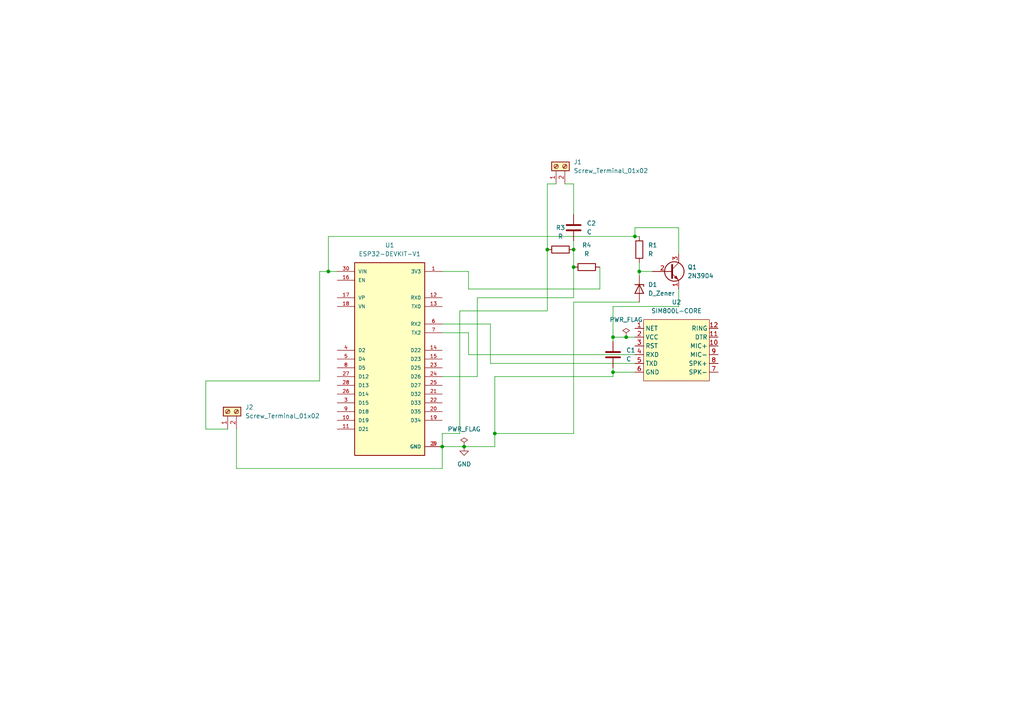
<source format=kicad_sch>
(kicad_sch
	(version 20231120)
	(generator "eeschema")
	(generator_version "8.0")
	(uuid "37f57e26-9d1a-4155-9662-a91ca496987e")
	(paper "A4")
	(lib_symbols
		(symbol "Connector:Screw_Terminal_01x02"
			(pin_names
				(offset 1.016) hide)
			(exclude_from_sim no)
			(in_bom yes)
			(on_board yes)
			(property "Reference" "J"
				(at 0 2.54 0)
				(effects
					(font
						(size 1.27 1.27)
					)
				)
			)
			(property "Value" "Screw_Terminal_01x02"
				(at 0 -5.08 0)
				(effects
					(font
						(size 1.27 1.27)
					)
				)
			)
			(property "Footprint" ""
				(at 0 0 0)
				(effects
					(font
						(size 1.27 1.27)
					)
					(hide yes)
				)
			)
			(property "Datasheet" "~"
				(at 0 0 0)
				(effects
					(font
						(size 1.27 1.27)
					)
					(hide yes)
				)
			)
			(property "Description" "Generic screw terminal, single row, 01x02, script generated (kicad-library-utils/schlib/autogen/connector/)"
				(at 0 0 0)
				(effects
					(font
						(size 1.27 1.27)
					)
					(hide yes)
				)
			)
			(property "ki_keywords" "screw terminal"
				(at 0 0 0)
				(effects
					(font
						(size 1.27 1.27)
					)
					(hide yes)
				)
			)
			(property "ki_fp_filters" "TerminalBlock*:*"
				(at 0 0 0)
				(effects
					(font
						(size 1.27 1.27)
					)
					(hide yes)
				)
			)
			(symbol "Screw_Terminal_01x02_1_1"
				(rectangle
					(start -1.27 1.27)
					(end 1.27 -3.81)
					(stroke
						(width 0.254)
						(type default)
					)
					(fill
						(type background)
					)
				)
				(circle
					(center 0 -2.54)
					(radius 0.635)
					(stroke
						(width 0.1524)
						(type default)
					)
					(fill
						(type none)
					)
				)
				(polyline
					(pts
						(xy -0.5334 -2.2098) (xy 0.3302 -3.048)
					)
					(stroke
						(width 0.1524)
						(type default)
					)
					(fill
						(type none)
					)
				)
				(polyline
					(pts
						(xy -0.5334 0.3302) (xy 0.3302 -0.508)
					)
					(stroke
						(width 0.1524)
						(type default)
					)
					(fill
						(type none)
					)
				)
				(polyline
					(pts
						(xy -0.3556 -2.032) (xy 0.508 -2.8702)
					)
					(stroke
						(width 0.1524)
						(type default)
					)
					(fill
						(type none)
					)
				)
				(polyline
					(pts
						(xy -0.3556 0.508) (xy 0.508 -0.3302)
					)
					(stroke
						(width 0.1524)
						(type default)
					)
					(fill
						(type none)
					)
				)
				(circle
					(center 0 0)
					(radius 0.635)
					(stroke
						(width 0.1524)
						(type default)
					)
					(fill
						(type none)
					)
				)
				(pin passive line
					(at -5.08 0 0)
					(length 3.81)
					(name "Pin_1"
						(effects
							(font
								(size 1.27 1.27)
							)
						)
					)
					(number "1"
						(effects
							(font
								(size 1.27 1.27)
							)
						)
					)
				)
				(pin passive line
					(at -5.08 -2.54 0)
					(length 3.81)
					(name "Pin_2"
						(effects
							(font
								(size 1.27 1.27)
							)
						)
					)
					(number "2"
						(effects
							(font
								(size 1.27 1.27)
							)
						)
					)
				)
			)
		)
		(symbol "Device:C"
			(pin_numbers hide)
			(pin_names
				(offset 0.254)
			)
			(exclude_from_sim no)
			(in_bom yes)
			(on_board yes)
			(property "Reference" "C"
				(at 0.635 2.54 0)
				(effects
					(font
						(size 1.27 1.27)
					)
					(justify left)
				)
			)
			(property "Value" "C"
				(at 0.635 -2.54 0)
				(effects
					(font
						(size 1.27 1.27)
					)
					(justify left)
				)
			)
			(property "Footprint" ""
				(at 0.9652 -3.81 0)
				(effects
					(font
						(size 1.27 1.27)
					)
					(hide yes)
				)
			)
			(property "Datasheet" "~"
				(at 0 0 0)
				(effects
					(font
						(size 1.27 1.27)
					)
					(hide yes)
				)
			)
			(property "Description" "Unpolarized capacitor"
				(at 0 0 0)
				(effects
					(font
						(size 1.27 1.27)
					)
					(hide yes)
				)
			)
			(property "ki_keywords" "cap capacitor"
				(at 0 0 0)
				(effects
					(font
						(size 1.27 1.27)
					)
					(hide yes)
				)
			)
			(property "ki_fp_filters" "C_*"
				(at 0 0 0)
				(effects
					(font
						(size 1.27 1.27)
					)
					(hide yes)
				)
			)
			(symbol "C_0_1"
				(polyline
					(pts
						(xy -2.032 -0.762) (xy 2.032 -0.762)
					)
					(stroke
						(width 0.508)
						(type default)
					)
					(fill
						(type none)
					)
				)
				(polyline
					(pts
						(xy -2.032 0.762) (xy 2.032 0.762)
					)
					(stroke
						(width 0.508)
						(type default)
					)
					(fill
						(type none)
					)
				)
			)
			(symbol "C_1_1"
				(pin passive line
					(at 0 3.81 270)
					(length 2.794)
					(name "~"
						(effects
							(font
								(size 1.27 1.27)
							)
						)
					)
					(number "1"
						(effects
							(font
								(size 1.27 1.27)
							)
						)
					)
				)
				(pin passive line
					(at 0 -3.81 90)
					(length 2.794)
					(name "~"
						(effects
							(font
								(size 1.27 1.27)
							)
						)
					)
					(number "2"
						(effects
							(font
								(size 1.27 1.27)
							)
						)
					)
				)
			)
		)
		(symbol "Device:D_Zener"
			(pin_numbers hide)
			(pin_names
				(offset 1.016) hide)
			(exclude_from_sim no)
			(in_bom yes)
			(on_board yes)
			(property "Reference" "D"
				(at 0 2.54 0)
				(effects
					(font
						(size 1.27 1.27)
					)
				)
			)
			(property "Value" "D_Zener"
				(at 0 -2.54 0)
				(effects
					(font
						(size 1.27 1.27)
					)
				)
			)
			(property "Footprint" ""
				(at 0 0 0)
				(effects
					(font
						(size 1.27 1.27)
					)
					(hide yes)
				)
			)
			(property "Datasheet" "~"
				(at 0 0 0)
				(effects
					(font
						(size 1.27 1.27)
					)
					(hide yes)
				)
			)
			(property "Description" "Zener diode"
				(at 0 0 0)
				(effects
					(font
						(size 1.27 1.27)
					)
					(hide yes)
				)
			)
			(property "ki_keywords" "diode"
				(at 0 0 0)
				(effects
					(font
						(size 1.27 1.27)
					)
					(hide yes)
				)
			)
			(property "ki_fp_filters" "TO-???* *_Diode_* *SingleDiode* D_*"
				(at 0 0 0)
				(effects
					(font
						(size 1.27 1.27)
					)
					(hide yes)
				)
			)
			(symbol "D_Zener_0_1"
				(polyline
					(pts
						(xy 1.27 0) (xy -1.27 0)
					)
					(stroke
						(width 0)
						(type default)
					)
					(fill
						(type none)
					)
				)
				(polyline
					(pts
						(xy -1.27 -1.27) (xy -1.27 1.27) (xy -0.762 1.27)
					)
					(stroke
						(width 0.254)
						(type default)
					)
					(fill
						(type none)
					)
				)
				(polyline
					(pts
						(xy 1.27 -1.27) (xy 1.27 1.27) (xy -1.27 0) (xy 1.27 -1.27)
					)
					(stroke
						(width 0.254)
						(type default)
					)
					(fill
						(type none)
					)
				)
			)
			(symbol "D_Zener_1_1"
				(pin passive line
					(at -3.81 0 0)
					(length 2.54)
					(name "K"
						(effects
							(font
								(size 1.27 1.27)
							)
						)
					)
					(number "1"
						(effects
							(font
								(size 1.27 1.27)
							)
						)
					)
				)
				(pin passive line
					(at 3.81 0 180)
					(length 2.54)
					(name "A"
						(effects
							(font
								(size 1.27 1.27)
							)
						)
					)
					(number "2"
						(effects
							(font
								(size 1.27 1.27)
							)
						)
					)
				)
			)
		)
		(symbol "Device:R"
			(pin_numbers hide)
			(pin_names
				(offset 0)
			)
			(exclude_from_sim no)
			(in_bom yes)
			(on_board yes)
			(property "Reference" "R"
				(at 2.032 0 90)
				(effects
					(font
						(size 1.27 1.27)
					)
				)
			)
			(property "Value" "R"
				(at 0 0 90)
				(effects
					(font
						(size 1.27 1.27)
					)
				)
			)
			(property "Footprint" ""
				(at -1.778 0 90)
				(effects
					(font
						(size 1.27 1.27)
					)
					(hide yes)
				)
			)
			(property "Datasheet" "~"
				(at 0 0 0)
				(effects
					(font
						(size 1.27 1.27)
					)
					(hide yes)
				)
			)
			(property "Description" "Resistor"
				(at 0 0 0)
				(effects
					(font
						(size 1.27 1.27)
					)
					(hide yes)
				)
			)
			(property "ki_keywords" "R res resistor"
				(at 0 0 0)
				(effects
					(font
						(size 1.27 1.27)
					)
					(hide yes)
				)
			)
			(property "ki_fp_filters" "R_*"
				(at 0 0 0)
				(effects
					(font
						(size 1.27 1.27)
					)
					(hide yes)
				)
			)
			(symbol "R_0_1"
				(rectangle
					(start -1.016 -2.54)
					(end 1.016 2.54)
					(stroke
						(width 0.254)
						(type default)
					)
					(fill
						(type none)
					)
				)
			)
			(symbol "R_1_1"
				(pin passive line
					(at 0 3.81 270)
					(length 1.27)
					(name "~"
						(effects
							(font
								(size 1.27 1.27)
							)
						)
					)
					(number "1"
						(effects
							(font
								(size 1.27 1.27)
							)
						)
					)
				)
				(pin passive line
					(at 0 -3.81 90)
					(length 1.27)
					(name "~"
						(effects
							(font
								(size 1.27 1.27)
							)
						)
					)
					(number "2"
						(effects
							(font
								(size 1.27 1.27)
							)
						)
					)
				)
			)
		)
		(symbol "ESP32-DEVKIT-V1:ESP32-DEVKIT-V1"
			(pin_names
				(offset 1.016)
			)
			(exclude_from_sim no)
			(in_bom yes)
			(on_board yes)
			(property "Reference" "U"
				(at -10.16 30.48 0)
				(effects
					(font
						(size 1.27 1.27)
					)
					(justify left top)
				)
			)
			(property "Value" "ESP32-DEVKIT-V1"
				(at -10.16 -30.48 0)
				(effects
					(font
						(size 1.27 1.27)
					)
					(justify left bottom)
				)
			)
			(property "Footprint" "ESP32-DEVKIT-V1:MODULE_ESP32_DEVKIT_V1"
				(at 0 0 0)
				(effects
					(font
						(size 1.27 1.27)
					)
					(justify bottom)
					(hide yes)
				)
			)
			(property "Datasheet" ""
				(at 0 0 0)
				(effects
					(font
						(size 1.27 1.27)
					)
					(hide yes)
				)
			)
			(property "Description" ""
				(at 0 0 0)
				(effects
					(font
						(size 1.27 1.27)
					)
					(hide yes)
				)
			)
			(property "MF" "Do it"
				(at 0 0 0)
				(effects
					(font
						(size 1.27 1.27)
					)
					(justify bottom)
					(hide yes)
				)
			)
			(property "MAXIMUM_PACKAGE_HEIGHT" "6.8 mm"
				(at 0 0 0)
				(effects
					(font
						(size 1.27 1.27)
					)
					(justify bottom)
					(hide yes)
				)
			)
			(property "Package" "None"
				(at 0 0 0)
				(effects
					(font
						(size 1.27 1.27)
					)
					(justify bottom)
					(hide yes)
				)
			)
			(property "Price" "None"
				(at 0 0 0)
				(effects
					(font
						(size 1.27 1.27)
					)
					(justify bottom)
					(hide yes)
				)
			)
			(property "Check_prices" "https://www.snapeda.com/parts/ESP32-DEVKIT-V1/Do+it/view-part/?ref=eda"
				(at 0 0 0)
				(effects
					(font
						(size 1.27 1.27)
					)
					(justify bottom)
					(hide yes)
				)
			)
			(property "STANDARD" "Manufacturer Recommendations"
				(at 0 0 0)
				(effects
					(font
						(size 1.27 1.27)
					)
					(justify bottom)
					(hide yes)
				)
			)
			(property "PARTREV" "N/A"
				(at 0 0 0)
				(effects
					(font
						(size 1.27 1.27)
					)
					(justify bottom)
					(hide yes)
				)
			)
			(property "SnapEDA_Link" "https://www.snapeda.com/parts/ESP32-DEVKIT-V1/Do+it/view-part/?ref=snap"
				(at 0 0 0)
				(effects
					(font
						(size 1.27 1.27)
					)
					(justify bottom)
					(hide yes)
				)
			)
			(property "MP" "ESP32-DEVKIT-V1"
				(at 0 0 0)
				(effects
					(font
						(size 1.27 1.27)
					)
					(justify bottom)
					(hide yes)
				)
			)
			(property "Description_1" "\n                        \n                            Dual core, Wi-Fi: 2.4 GHz up to 150 Mbits/s,BLE (Bluetooth Low Energy) and legacy Bluetooth, 32 bits, Up to 240 MHz\n                        \n"
				(at 0 0 0)
				(effects
					(font
						(size 1.27 1.27)
					)
					(justify bottom)
					(hide yes)
				)
			)
			(property "Availability" "Not in stock"
				(at 0 0 0)
				(effects
					(font
						(size 1.27 1.27)
					)
					(justify bottom)
					(hide yes)
				)
			)
			(property "MANUFACTURER" "DOIT"
				(at 0 0 0)
				(effects
					(font
						(size 1.27 1.27)
					)
					(justify bottom)
					(hide yes)
				)
			)
			(symbol "ESP32-DEVKIT-V1_0_0"
				(rectangle
					(start -10.16 -27.94)
					(end 10.16 27.94)
					(stroke
						(width 0.254)
						(type default)
					)
					(fill
						(type background)
					)
				)
				(pin output line
					(at 15.24 25.4 180)
					(length 5.08)
					(name "3V3"
						(effects
							(font
								(size 1.016 1.016)
							)
						)
					)
					(number "1"
						(effects
							(font
								(size 1.016 1.016)
							)
						)
					)
				)
				(pin bidirectional line
					(at -15.24 -17.78 0)
					(length 5.08)
					(name "D19"
						(effects
							(font
								(size 1.016 1.016)
							)
						)
					)
					(number "10"
						(effects
							(font
								(size 1.016 1.016)
							)
						)
					)
				)
				(pin bidirectional line
					(at -15.24 -20.32 0)
					(length 5.08)
					(name "D21"
						(effects
							(font
								(size 1.016 1.016)
							)
						)
					)
					(number "11"
						(effects
							(font
								(size 1.016 1.016)
							)
						)
					)
				)
				(pin input line
					(at 15.24 17.78 180)
					(length 5.08)
					(name "RX0"
						(effects
							(font
								(size 1.016 1.016)
							)
						)
					)
					(number "12"
						(effects
							(font
								(size 1.016 1.016)
							)
						)
					)
				)
				(pin output line
					(at 15.24 15.24 180)
					(length 5.08)
					(name "TX0"
						(effects
							(font
								(size 1.016 1.016)
							)
						)
					)
					(number "13"
						(effects
							(font
								(size 1.016 1.016)
							)
						)
					)
				)
				(pin bidirectional line
					(at 15.24 2.54 180)
					(length 5.08)
					(name "D22"
						(effects
							(font
								(size 1.016 1.016)
							)
						)
					)
					(number "14"
						(effects
							(font
								(size 1.016 1.016)
							)
						)
					)
				)
				(pin bidirectional line
					(at 15.24 0 180)
					(length 5.08)
					(name "D23"
						(effects
							(font
								(size 1.016 1.016)
							)
						)
					)
					(number "15"
						(effects
							(font
								(size 1.016 1.016)
							)
						)
					)
				)
				(pin input line
					(at -15.24 22.86 0)
					(length 5.08)
					(name "EN"
						(effects
							(font
								(size 1.016 1.016)
							)
						)
					)
					(number "16"
						(effects
							(font
								(size 1.016 1.016)
							)
						)
					)
				)
				(pin bidirectional line
					(at -15.24 17.78 0)
					(length 5.08)
					(name "VP"
						(effects
							(font
								(size 1.016 1.016)
							)
						)
					)
					(number "17"
						(effects
							(font
								(size 1.016 1.016)
							)
						)
					)
				)
				(pin bidirectional line
					(at -15.24 15.24 0)
					(length 5.08)
					(name "VN"
						(effects
							(font
								(size 1.016 1.016)
							)
						)
					)
					(number "18"
						(effects
							(font
								(size 1.016 1.016)
							)
						)
					)
				)
				(pin bidirectional line
					(at 15.24 -17.78 180)
					(length 5.08)
					(name "D34"
						(effects
							(font
								(size 1.016 1.016)
							)
						)
					)
					(number "19"
						(effects
							(font
								(size 1.016 1.016)
							)
						)
					)
				)
				(pin power_in line
					(at 15.24 -25.4 180)
					(length 5.08)
					(name "GND"
						(effects
							(font
								(size 1.016 1.016)
							)
						)
					)
					(number "2"
						(effects
							(font
								(size 1.016 1.016)
							)
						)
					)
				)
				(pin bidirectional line
					(at 15.24 -15.24 180)
					(length 5.08)
					(name "D35"
						(effects
							(font
								(size 1.016 1.016)
							)
						)
					)
					(number "20"
						(effects
							(font
								(size 1.016 1.016)
							)
						)
					)
				)
				(pin bidirectional line
					(at 15.24 -10.16 180)
					(length 5.08)
					(name "D32"
						(effects
							(font
								(size 1.016 1.016)
							)
						)
					)
					(number "21"
						(effects
							(font
								(size 1.016 1.016)
							)
						)
					)
				)
				(pin bidirectional line
					(at 15.24 -12.7 180)
					(length 5.08)
					(name "D33"
						(effects
							(font
								(size 1.016 1.016)
							)
						)
					)
					(number "22"
						(effects
							(font
								(size 1.016 1.016)
							)
						)
					)
				)
				(pin bidirectional line
					(at 15.24 -2.54 180)
					(length 5.08)
					(name "D25"
						(effects
							(font
								(size 1.016 1.016)
							)
						)
					)
					(number "23"
						(effects
							(font
								(size 1.016 1.016)
							)
						)
					)
				)
				(pin bidirectional line
					(at 15.24 -5.08 180)
					(length 5.08)
					(name "D26"
						(effects
							(font
								(size 1.016 1.016)
							)
						)
					)
					(number "24"
						(effects
							(font
								(size 1.016 1.016)
							)
						)
					)
				)
				(pin bidirectional line
					(at 15.24 -7.62 180)
					(length 5.08)
					(name "D27"
						(effects
							(font
								(size 1.016 1.016)
							)
						)
					)
					(number "25"
						(effects
							(font
								(size 1.016 1.016)
							)
						)
					)
				)
				(pin bidirectional line
					(at -15.24 -10.16 0)
					(length 5.08)
					(name "D14"
						(effects
							(font
								(size 1.016 1.016)
							)
						)
					)
					(number "26"
						(effects
							(font
								(size 1.016 1.016)
							)
						)
					)
				)
				(pin bidirectional line
					(at -15.24 -5.08 0)
					(length 5.08)
					(name "D12"
						(effects
							(font
								(size 1.016 1.016)
							)
						)
					)
					(number "27"
						(effects
							(font
								(size 1.016 1.016)
							)
						)
					)
				)
				(pin bidirectional line
					(at -15.24 -7.62 0)
					(length 5.08)
					(name "D13"
						(effects
							(font
								(size 1.016 1.016)
							)
						)
					)
					(number "28"
						(effects
							(font
								(size 1.016 1.016)
							)
						)
					)
				)
				(pin power_in line
					(at 15.24 -25.4 180)
					(length 5.08)
					(name "GND"
						(effects
							(font
								(size 1.016 1.016)
							)
						)
					)
					(number "29"
						(effects
							(font
								(size 1.016 1.016)
							)
						)
					)
				)
				(pin bidirectional line
					(at -15.24 -12.7 0)
					(length 5.08)
					(name "D15"
						(effects
							(font
								(size 1.016 1.016)
							)
						)
					)
					(number "3"
						(effects
							(font
								(size 1.016 1.016)
							)
						)
					)
				)
				(pin input line
					(at -15.24 25.4 0)
					(length 5.08)
					(name "VIN"
						(effects
							(font
								(size 1.016 1.016)
							)
						)
					)
					(number "30"
						(effects
							(font
								(size 1.016 1.016)
							)
						)
					)
				)
				(pin bidirectional line
					(at -15.24 2.54 0)
					(length 5.08)
					(name "D2"
						(effects
							(font
								(size 1.016 1.016)
							)
						)
					)
					(number "4"
						(effects
							(font
								(size 1.016 1.016)
							)
						)
					)
				)
				(pin bidirectional line
					(at -15.24 0 0)
					(length 5.08)
					(name "D4"
						(effects
							(font
								(size 1.016 1.016)
							)
						)
					)
					(number "5"
						(effects
							(font
								(size 1.016 1.016)
							)
						)
					)
				)
				(pin input line
					(at 15.24 10.16 180)
					(length 5.08)
					(name "RX2"
						(effects
							(font
								(size 1.016 1.016)
							)
						)
					)
					(number "6"
						(effects
							(font
								(size 1.016 1.016)
							)
						)
					)
				)
				(pin output line
					(at 15.24 7.62 180)
					(length 5.08)
					(name "TX2"
						(effects
							(font
								(size 1.016 1.016)
							)
						)
					)
					(number "7"
						(effects
							(font
								(size 1.016 1.016)
							)
						)
					)
				)
				(pin bidirectional line
					(at -15.24 -2.54 0)
					(length 5.08)
					(name "D5"
						(effects
							(font
								(size 1.016 1.016)
							)
						)
					)
					(number "8"
						(effects
							(font
								(size 1.016 1.016)
							)
						)
					)
				)
				(pin bidirectional line
					(at -15.24 -15.24 0)
					(length 5.08)
					(name "D18"
						(effects
							(font
								(size 1.016 1.016)
							)
						)
					)
					(number "9"
						(effects
							(font
								(size 1.016 1.016)
							)
						)
					)
				)
			)
		)
		(symbol "Transistor_BJT:2N3904"
			(pin_names
				(offset 0) hide)
			(exclude_from_sim no)
			(in_bom yes)
			(on_board yes)
			(property "Reference" "Q"
				(at 5.08 1.905 0)
				(effects
					(font
						(size 1.27 1.27)
					)
					(justify left)
				)
			)
			(property "Value" "2N3904"
				(at 5.08 0 0)
				(effects
					(font
						(size 1.27 1.27)
					)
					(justify left)
				)
			)
			(property "Footprint" "Package_TO_SOT_THT:TO-92_Inline"
				(at 5.08 -1.905 0)
				(effects
					(font
						(size 1.27 1.27)
						(italic yes)
					)
					(justify left)
					(hide yes)
				)
			)
			(property "Datasheet" "https://www.onsemi.com/pub/Collateral/2N3903-D.PDF"
				(at 0 0 0)
				(effects
					(font
						(size 1.27 1.27)
					)
					(justify left)
					(hide yes)
				)
			)
			(property "Description" "0.2A Ic, 40V Vce, Small Signal NPN Transistor, TO-92"
				(at 0 0 0)
				(effects
					(font
						(size 1.27 1.27)
					)
					(hide yes)
				)
			)
			(property "ki_keywords" "NPN Transistor"
				(at 0 0 0)
				(effects
					(font
						(size 1.27 1.27)
					)
					(hide yes)
				)
			)
			(property "ki_fp_filters" "TO?92*"
				(at 0 0 0)
				(effects
					(font
						(size 1.27 1.27)
					)
					(hide yes)
				)
			)
			(symbol "2N3904_0_1"
				(polyline
					(pts
						(xy 0.635 0.635) (xy 2.54 2.54)
					)
					(stroke
						(width 0)
						(type default)
					)
					(fill
						(type none)
					)
				)
				(polyline
					(pts
						(xy 0.635 -0.635) (xy 2.54 -2.54) (xy 2.54 -2.54)
					)
					(stroke
						(width 0)
						(type default)
					)
					(fill
						(type none)
					)
				)
				(polyline
					(pts
						(xy 0.635 1.905) (xy 0.635 -1.905) (xy 0.635 -1.905)
					)
					(stroke
						(width 0.508)
						(type default)
					)
					(fill
						(type none)
					)
				)
				(polyline
					(pts
						(xy 1.27 -1.778) (xy 1.778 -1.27) (xy 2.286 -2.286) (xy 1.27 -1.778) (xy 1.27 -1.778)
					)
					(stroke
						(width 0)
						(type default)
					)
					(fill
						(type outline)
					)
				)
				(circle
					(center 1.27 0)
					(radius 2.8194)
					(stroke
						(width 0.254)
						(type default)
					)
					(fill
						(type none)
					)
				)
			)
			(symbol "2N3904_1_1"
				(pin passive line
					(at 2.54 -5.08 90)
					(length 2.54)
					(name "E"
						(effects
							(font
								(size 1.27 1.27)
							)
						)
					)
					(number "1"
						(effects
							(font
								(size 1.27 1.27)
							)
						)
					)
				)
				(pin passive line
					(at -5.08 0 0)
					(length 5.715)
					(name "B"
						(effects
							(font
								(size 1.27 1.27)
							)
						)
					)
					(number "2"
						(effects
							(font
								(size 1.27 1.27)
							)
						)
					)
				)
				(pin passive line
					(at 2.54 5.08 270)
					(length 2.54)
					(name "C"
						(effects
							(font
								(size 1.27 1.27)
							)
						)
					)
					(number "3"
						(effects
							(font
								(size 1.27 1.27)
							)
						)
					)
				)
			)
		)
		(symbol "power:GND"
			(power)
			(pin_numbers hide)
			(pin_names
				(offset 0) hide)
			(exclude_from_sim no)
			(in_bom yes)
			(on_board yes)
			(property "Reference" "#PWR"
				(at 0 -6.35 0)
				(effects
					(font
						(size 1.27 1.27)
					)
					(hide yes)
				)
			)
			(property "Value" "GND"
				(at 0 -3.81 0)
				(effects
					(font
						(size 1.27 1.27)
					)
				)
			)
			(property "Footprint" ""
				(at 0 0 0)
				(effects
					(font
						(size 1.27 1.27)
					)
					(hide yes)
				)
			)
			(property "Datasheet" ""
				(at 0 0 0)
				(effects
					(font
						(size 1.27 1.27)
					)
					(hide yes)
				)
			)
			(property "Description" "Power symbol creates a global label with name \"GND\" , ground"
				(at 0 0 0)
				(effects
					(font
						(size 1.27 1.27)
					)
					(hide yes)
				)
			)
			(property "ki_keywords" "global power"
				(at 0 0 0)
				(effects
					(font
						(size 1.27 1.27)
					)
					(hide yes)
				)
			)
			(symbol "GND_0_1"
				(polyline
					(pts
						(xy 0 0) (xy 0 -1.27) (xy 1.27 -1.27) (xy 0 -2.54) (xy -1.27 -1.27) (xy 0 -1.27)
					)
					(stroke
						(width 0)
						(type default)
					)
					(fill
						(type none)
					)
				)
			)
			(symbol "GND_1_1"
				(pin power_in line
					(at 0 0 270)
					(length 0)
					(name "~"
						(effects
							(font
								(size 1.27 1.27)
							)
						)
					)
					(number "1"
						(effects
							(font
								(size 1.27 1.27)
							)
						)
					)
				)
			)
		)
		(symbol "power:PWR_FLAG"
			(power)
			(pin_numbers hide)
			(pin_names
				(offset 0) hide)
			(exclude_from_sim no)
			(in_bom yes)
			(on_board yes)
			(property "Reference" "#FLG"
				(at 0 1.905 0)
				(effects
					(font
						(size 1.27 1.27)
					)
					(hide yes)
				)
			)
			(property "Value" "PWR_FLAG"
				(at 0 3.81 0)
				(effects
					(font
						(size 1.27 1.27)
					)
				)
			)
			(property "Footprint" ""
				(at 0 0 0)
				(effects
					(font
						(size 1.27 1.27)
					)
					(hide yes)
				)
			)
			(property "Datasheet" "~"
				(at 0 0 0)
				(effects
					(font
						(size 1.27 1.27)
					)
					(hide yes)
				)
			)
			(property "Description" "Special symbol for telling ERC where power comes from"
				(at 0 0 0)
				(effects
					(font
						(size 1.27 1.27)
					)
					(hide yes)
				)
			)
			(property "ki_keywords" "flag power"
				(at 0 0 0)
				(effects
					(font
						(size 1.27 1.27)
					)
					(hide yes)
				)
			)
			(symbol "PWR_FLAG_0_0"
				(pin power_out line
					(at 0 0 90)
					(length 0)
					(name "~"
						(effects
							(font
								(size 1.27 1.27)
							)
						)
					)
					(number "1"
						(effects
							(font
								(size 1.27 1.27)
							)
						)
					)
				)
			)
			(symbol "PWR_FLAG_0_1"
				(polyline
					(pts
						(xy 0 0) (xy 0 1.27) (xy -1.016 1.905) (xy 0 2.54) (xy 1.016 1.905) (xy 0 1.27)
					)
					(stroke
						(width 0)
						(type default)
					)
					(fill
						(type none)
					)
				)
			)
		)
		(symbol "sim800l-core:SIM800L-CORE"
			(exclude_from_sim no)
			(in_bom yes)
			(on_board yes)
			(property "Reference" "U"
				(at -7.62 8.89 0)
				(effects
					(font
						(size 1.27 1.27)
					)
				)
			)
			(property "Value" "SIM800L-CORE"
				(at 0 -12.7 0)
				(effects
					(font
						(size 1.27 1.27)
					)
				)
			)
			(property "Footprint" ""
				(at 0 0 0)
				(effects
					(font
						(size 1.27 1.27)
					)
					(hide yes)
				)
			)
			(property "Datasheet" ""
				(at 0 0 0)
				(effects
					(font
						(size 1.27 1.27)
					)
					(hide yes)
				)
			)
			(property "Description" ""
				(at 0 0 0)
				(effects
					(font
						(size 1.27 1.27)
					)
					(hide yes)
				)
			)
			(symbol "SIM800L-CORE_0_1"
				(rectangle
					(start -8.89 7.62)
					(end 10.16 -10.16)
					(stroke
						(width 0.1524)
						(type default)
					)
					(fill
						(type background)
					)
				)
			)
			(symbol "SIM800L-CORE_1_1"
				(pin bidirectional line
					(at -11.43 5.08 0)
					(length 2.54)
					(name "NET"
						(effects
							(font
								(size 1.27 1.27)
							)
						)
					)
					(number "1"
						(effects
							(font
								(size 1.27 1.27)
							)
						)
					)
				)
				(pin output line
					(at 12.7 0 180)
					(length 2.54)
					(name "MIC+"
						(effects
							(font
								(size 1.27 1.27)
							)
						)
					)
					(number "10"
						(effects
							(font
								(size 1.27 1.27)
							)
						)
					)
				)
				(pin passive line
					(at 12.7 2.54 180)
					(length 2.54)
					(name "DTR"
						(effects
							(font
								(size 1.27 1.27)
							)
						)
					)
					(number "11"
						(effects
							(font
								(size 1.27 1.27)
							)
						)
					)
				)
				(pin output line
					(at 12.7 5.08 180)
					(length 2.54)
					(name "RING"
						(effects
							(font
								(size 1.27 1.27)
							)
						)
					)
					(number "12"
						(effects
							(font
								(size 1.27 1.27)
							)
						)
					)
				)
				(pin power_in line
					(at -11.43 2.54 0)
					(length 2.54)
					(name "VCC"
						(effects
							(font
								(size 1.27 1.27)
							)
						)
					)
					(number "2"
						(effects
							(font
								(size 1.27 1.27)
							)
						)
					)
				)
				(pin input line
					(at -11.43 0 0)
					(length 2.54)
					(name "RST"
						(effects
							(font
								(size 1.27 1.27)
							)
						)
					)
					(number "3"
						(effects
							(font
								(size 1.27 1.27)
							)
						)
					)
				)
				(pin input line
					(at -11.43 -2.54 0)
					(length 2.54)
					(name "RXD"
						(effects
							(font
								(size 1.27 1.27)
							)
						)
					)
					(number "4"
						(effects
							(font
								(size 1.27 1.27)
							)
						)
					)
				)
				(pin output line
					(at -11.43 -5.08 0)
					(length 2.54)
					(name "TXD"
						(effects
							(font
								(size 1.27 1.27)
							)
						)
					)
					(number "5"
						(effects
							(font
								(size 1.27 1.27)
							)
						)
					)
				)
				(pin power_in line
					(at -11.43 -7.62 0)
					(length 2.54)
					(name "GND"
						(effects
							(font
								(size 1.27 1.27)
							)
						)
					)
					(number "6"
						(effects
							(font
								(size 1.27 1.27)
							)
						)
					)
				)
				(pin output line
					(at 12.7 -7.62 180)
					(length 2.54)
					(name "SPK-"
						(effects
							(font
								(size 1.27 1.27)
							)
						)
					)
					(number "7"
						(effects
							(font
								(size 1.27 1.27)
							)
						)
					)
				)
				(pin output line
					(at 12.7 -5.08 180)
					(length 2.54)
					(name "SPK+"
						(effects
							(font
								(size 1.27 1.27)
							)
						)
					)
					(number "8"
						(effects
							(font
								(size 1.27 1.27)
							)
						)
					)
				)
				(pin output line
					(at 12.7 -2.54 180)
					(length 2.54)
					(name "MIC-"
						(effects
							(font
								(size 1.27 1.27)
							)
						)
					)
					(number "9"
						(effects
							(font
								(size 1.27 1.27)
							)
						)
					)
				)
			)
		)
	)
	(junction
		(at 134.62 129.54)
		(diameter 0)
		(color 0 0 0 0)
		(uuid "04606835-cfd5-4168-b391-8c0700829d1a")
	)
	(junction
		(at 158.75 72.39)
		(diameter 0)
		(color 0 0 0 0)
		(uuid "129e2087-bd5c-4843-abd0-bd497165a9b4")
	)
	(junction
		(at 166.37 72.39)
		(diameter 0)
		(color 0 0 0 0)
		(uuid "1db0b773-5cfc-4644-9536-75ab71bd8ee3")
	)
	(junction
		(at 184.15 68.58)
		(diameter 0)
		(color 0 0 0 0)
		(uuid "49594a4b-ea04-4978-80d9-4f6731ff5b97")
	)
	(junction
		(at 95.25 78.74)
		(diameter 0)
		(color 0 0 0 0)
		(uuid "4be488af-801c-4e42-848a-55ec9b9e927d")
	)
	(junction
		(at 177.8 97.79)
		(diameter 0)
		(color 0 0 0 0)
		(uuid "4e89fc97-2545-4027-98c2-9e2b54e88e49")
	)
	(junction
		(at 143.51 125.73)
		(diameter 0)
		(color 0 0 0 0)
		(uuid "862a3b76-95d8-470c-aa1b-402597c3ef86")
	)
	(junction
		(at 181.61 97.79)
		(diameter 0)
		(color 0 0 0 0)
		(uuid "91ebc6a1-9a77-431e-aefd-09e47aeb232d")
	)
	(junction
		(at 185.42 78.74)
		(diameter 0)
		(color 0 0 0 0)
		(uuid "93b391b0-2613-4d65-b507-63390da2d7b8")
	)
	(junction
		(at 166.37 77.47)
		(diameter 0)
		(color 0 0 0 0)
		(uuid "96ad5bc7-fa8f-41f4-8af1-b40d9ec983d5")
	)
	(junction
		(at 177.8 107.95)
		(diameter 0)
		(color 0 0 0 0)
		(uuid "cdf76f95-40d6-475c-814d-09c162329e1b")
	)
	(junction
		(at 128.27 129.54)
		(diameter 0)
		(color 0 0 0 0)
		(uuid "febc708f-a12d-4cd7-b956-46f93287338c")
	)
	(wire
		(pts
			(xy 128.27 125.73) (xy 128.27 129.54)
		)
		(stroke
			(width 0)
			(type default)
		)
		(uuid "01a16aa7-d297-414a-b0d9-f07b3d5da5be")
	)
	(wire
		(pts
			(xy 166.37 125.73) (xy 143.51 125.73)
		)
		(stroke
			(width 0)
			(type default)
		)
		(uuid "04b5fcde-832c-45a9-b6f0-9cb430fb235e")
	)
	(wire
		(pts
			(xy 95.25 68.58) (xy 95.25 78.74)
		)
		(stroke
			(width 0)
			(type default)
		)
		(uuid "0b93d297-0308-4e4b-bfa7-445c9ac59b67")
	)
	(wire
		(pts
			(xy 135.89 96.52) (xy 135.89 102.87)
		)
		(stroke
			(width 0)
			(type default)
		)
		(uuid "12a4dde6-9819-4c0c-820d-facc28d51348")
	)
	(wire
		(pts
			(xy 185.42 78.74) (xy 189.23 78.74)
		)
		(stroke
			(width 0)
			(type default)
		)
		(uuid "1d4bf8a5-89be-4dae-bd7a-203567dfa595")
	)
	(wire
		(pts
			(xy 128.27 135.89) (xy 128.27 129.54)
		)
		(stroke
			(width 0)
			(type default)
		)
		(uuid "232ee1f5-68bd-47dd-91fa-edbbab137473")
	)
	(wire
		(pts
			(xy 181.61 97.79) (xy 184.15 97.79)
		)
		(stroke
			(width 0)
			(type default)
		)
		(uuid "245f407d-3b47-4daa-81bd-7fd74685634c")
	)
	(wire
		(pts
			(xy 133.35 90.17) (xy 133.35 125.73)
		)
		(stroke
			(width 0)
			(type default)
		)
		(uuid "2e58a5d5-c303-4d8a-be01-74a072321404")
	)
	(wire
		(pts
			(xy 158.75 53.34) (xy 161.29 53.34)
		)
		(stroke
			(width 0)
			(type default)
		)
		(uuid "2fbb796b-c208-4221-8494-90fa44612c01")
	)
	(wire
		(pts
			(xy 128.27 129.54) (xy 134.62 129.54)
		)
		(stroke
			(width 0)
			(type default)
		)
		(uuid "3138c89c-96d9-424f-8a72-6cc167d2e9e3")
	)
	(wire
		(pts
			(xy 166.37 77.47) (xy 166.37 86.36)
		)
		(stroke
			(width 0)
			(type default)
		)
		(uuid "37398b20-aa92-4f79-bb99-c9108ae1141f")
	)
	(wire
		(pts
			(xy 143.51 125.73) (xy 143.51 129.54)
		)
		(stroke
			(width 0)
			(type default)
		)
		(uuid "3b20a717-db68-4484-8bb3-9b2edd403f66")
	)
	(wire
		(pts
			(xy 166.37 86.36) (xy 138.43 86.36)
		)
		(stroke
			(width 0)
			(type default)
		)
		(uuid "4529cd81-24ea-411d-a1a8-1472de0c0533")
	)
	(wire
		(pts
			(xy 142.24 93.98) (xy 128.27 93.98)
		)
		(stroke
			(width 0)
			(type default)
		)
		(uuid "4d9260ca-9a30-4b27-9177-30b0c6413766")
	)
	(wire
		(pts
			(xy 142.24 105.41) (xy 142.24 93.98)
		)
		(stroke
			(width 0)
			(type default)
		)
		(uuid "4f408c18-0fc3-42f0-8972-602b7d01aae2")
	)
	(wire
		(pts
			(xy 177.8 109.22) (xy 177.8 107.95)
		)
		(stroke
			(width 0)
			(type default)
		)
		(uuid "5537707c-fd1d-4bfe-ba56-7cc5c886541b")
	)
	(wire
		(pts
			(xy 143.51 109.22) (xy 177.8 109.22)
		)
		(stroke
			(width 0)
			(type default)
		)
		(uuid "58820c11-efdd-4690-a305-71a0d9a9c869")
	)
	(wire
		(pts
			(xy 196.85 88.9) (xy 196.85 83.82)
		)
		(stroke
			(width 0)
			(type default)
		)
		(uuid "58a99dc5-16c2-47be-bc2a-cbe35bf9d93a")
	)
	(wire
		(pts
			(xy 138.43 86.36) (xy 138.43 109.22)
		)
		(stroke
			(width 0)
			(type default)
		)
		(uuid "5e81b16e-309c-4ca6-8274-00ff62aa3f54")
	)
	(wire
		(pts
			(xy 177.8 107.95) (xy 184.15 107.95)
		)
		(stroke
			(width 0)
			(type default)
		)
		(uuid "60323b4c-289c-4ab4-b5f1-1678826e382b")
	)
	(wire
		(pts
			(xy 135.89 83.82) (xy 135.89 78.74)
		)
		(stroke
			(width 0)
			(type default)
		)
		(uuid "64308d60-8589-41e3-b9b1-d08083aa4f74")
	)
	(wire
		(pts
			(xy 134.62 129.54) (xy 143.51 129.54)
		)
		(stroke
			(width 0)
			(type default)
		)
		(uuid "64cead49-6ed2-4247-a9a5-81df8e453fb7")
	)
	(wire
		(pts
			(xy 196.85 66.04) (xy 184.15 66.04)
		)
		(stroke
			(width 0)
			(type default)
		)
		(uuid "66a0ad4c-37a7-4edc-b7bc-90e8d511bce2")
	)
	(wire
		(pts
			(xy 185.42 78.74) (xy 185.42 80.01)
		)
		(stroke
			(width 0)
			(type default)
		)
		(uuid "68f56dcb-4c31-4ca8-9941-439054e1448a")
	)
	(wire
		(pts
			(xy 177.8 88.9) (xy 177.8 97.79)
		)
		(stroke
			(width 0)
			(type default)
		)
		(uuid "6b51c18e-8ab1-4ae2-ad1e-57dcaf4b0196")
	)
	(wire
		(pts
			(xy 95.25 78.74) (xy 97.79 78.74)
		)
		(stroke
			(width 0)
			(type default)
		)
		(uuid "6b582721-d610-4ba1-9343-8c46558985b1")
	)
	(wire
		(pts
			(xy 135.89 78.74) (xy 128.27 78.74)
		)
		(stroke
			(width 0)
			(type default)
		)
		(uuid "6d4cf88d-d9ca-4040-9e22-d336f9955fcd")
	)
	(wire
		(pts
			(xy 158.75 53.34) (xy 158.75 72.39)
		)
		(stroke
			(width 0)
			(type default)
		)
		(uuid "705076ab-0109-408e-a498-dc88a4214116")
	)
	(wire
		(pts
			(xy 166.37 72.39) (xy 166.37 77.47)
		)
		(stroke
			(width 0)
			(type default)
		)
		(uuid "7159d029-25ca-4284-aac2-4380c1825afd")
	)
	(wire
		(pts
			(xy 166.37 69.85) (xy 166.37 72.39)
		)
		(stroke
			(width 0)
			(type default)
		)
		(uuid "73608afe-ecdf-4e3f-bca3-c94e332ff85a")
	)
	(wire
		(pts
			(xy 184.15 68.58) (xy 95.25 68.58)
		)
		(stroke
			(width 0)
			(type default)
		)
		(uuid "7b307343-ae68-4cdc-b446-1a7032078641")
	)
	(wire
		(pts
			(xy 92.71 78.74) (xy 95.25 78.74)
		)
		(stroke
			(width 0)
			(type default)
		)
		(uuid "80b70ba8-29b1-4c0f-a55d-3da561afad12")
	)
	(wire
		(pts
			(xy 173.99 77.47) (xy 173.99 83.82)
		)
		(stroke
			(width 0)
			(type default)
		)
		(uuid "8ae7afc6-936d-4d86-b26c-74d025d6d4a2")
	)
	(wire
		(pts
			(xy 59.69 110.49) (xy 92.71 110.49)
		)
		(stroke
			(width 0)
			(type default)
		)
		(uuid "8d241220-1a77-4a9b-b9b4-4be676dcea1a")
	)
	(wire
		(pts
			(xy 66.04 124.46) (xy 59.69 124.46)
		)
		(stroke
			(width 0)
			(type default)
		)
		(uuid "8d61bcb1-788f-4d11-be44-ecb34c52d20c")
	)
	(wire
		(pts
			(xy 177.8 106.68) (xy 177.8 107.95)
		)
		(stroke
			(width 0)
			(type default)
		)
		(uuid "8d76bdc7-58f9-48fb-81ef-ff829ccdf7c1")
	)
	(wire
		(pts
			(xy 166.37 87.63) (xy 166.37 125.73)
		)
		(stroke
			(width 0)
			(type default)
		)
		(uuid "8f14104e-2cf3-4c3b-b06b-b9b9b7425b37")
	)
	(wire
		(pts
			(xy 158.75 72.39) (xy 158.75 90.17)
		)
		(stroke
			(width 0)
			(type default)
		)
		(uuid "92c77f97-67a4-4e8a-a7ae-70883cc9e90c")
	)
	(wire
		(pts
			(xy 143.51 109.22) (xy 143.51 125.73)
		)
		(stroke
			(width 0)
			(type default)
		)
		(uuid "9691cc1b-420a-4a49-8ca7-ecc60e688186")
	)
	(wire
		(pts
			(xy 177.8 88.9) (xy 196.85 88.9)
		)
		(stroke
			(width 0)
			(type default)
		)
		(uuid "a78a4425-8d63-4f55-85fa-087bb252ba36")
	)
	(wire
		(pts
			(xy 196.85 73.66) (xy 196.85 66.04)
		)
		(stroke
			(width 0)
			(type default)
		)
		(uuid "aa2cc2ad-2e5c-4b9f-8666-5d035e11f768")
	)
	(wire
		(pts
			(xy 185.42 68.58) (xy 184.15 68.58)
		)
		(stroke
			(width 0)
			(type default)
		)
		(uuid "aaa3c83c-1e9d-4bfc-af29-816e05a68d21")
	)
	(wire
		(pts
			(xy 68.58 124.46) (xy 68.58 135.89)
		)
		(stroke
			(width 0)
			(type default)
		)
		(uuid "be0f00ff-b97d-4d2e-843f-a08dc51370b9")
	)
	(wire
		(pts
			(xy 163.83 53.34) (xy 166.37 53.34)
		)
		(stroke
			(width 0)
			(type default)
		)
		(uuid "be248fab-6aa1-4395-bcd9-20ef40aaabb4")
	)
	(wire
		(pts
			(xy 166.37 53.34) (xy 166.37 62.23)
		)
		(stroke
			(width 0)
			(type default)
		)
		(uuid "c43869f4-964c-40d1-b3da-0d1246b9fae3")
	)
	(wire
		(pts
			(xy 135.89 96.52) (xy 128.27 96.52)
		)
		(stroke
			(width 0)
			(type default)
		)
		(uuid "c51d01fc-1936-4009-bb88-cb891ac45c09")
	)
	(wire
		(pts
			(xy 133.35 125.73) (xy 128.27 125.73)
		)
		(stroke
			(width 0)
			(type default)
		)
		(uuid "c544894e-cde0-47b7-ae0e-17211f1565fd")
	)
	(wire
		(pts
			(xy 173.99 83.82) (xy 135.89 83.82)
		)
		(stroke
			(width 0)
			(type default)
		)
		(uuid "c94bd714-1f99-4402-9b8f-31baf3a70368")
	)
	(wire
		(pts
			(xy 138.43 109.22) (xy 128.27 109.22)
		)
		(stroke
			(width 0)
			(type default)
		)
		(uuid "cff84e37-2b70-4277-a46e-1542cc998066")
	)
	(wire
		(pts
			(xy 177.8 97.79) (xy 181.61 97.79)
		)
		(stroke
			(width 0)
			(type default)
		)
		(uuid "d242799b-d83b-41b4-bc3b-2997a4aa631b")
	)
	(wire
		(pts
			(xy 185.42 87.63) (xy 166.37 87.63)
		)
		(stroke
			(width 0)
			(type default)
		)
		(uuid "d601b5d1-8a8e-419d-b9b3-4fb1a261dbf7")
	)
	(wire
		(pts
			(xy 184.15 102.87) (xy 135.89 102.87)
		)
		(stroke
			(width 0)
			(type default)
		)
		(uuid "d8ec1a16-d29a-43c4-ba66-104c66b4f923")
	)
	(wire
		(pts
			(xy 158.75 90.17) (xy 133.35 90.17)
		)
		(stroke
			(width 0)
			(type default)
		)
		(uuid "df4760a9-365a-4eb1-aedc-031b28108855")
	)
	(wire
		(pts
			(xy 59.69 124.46) (xy 59.69 110.49)
		)
		(stroke
			(width 0)
			(type default)
		)
		(uuid "df6f18f5-88f1-4ad4-8a47-f1d67dadb135")
	)
	(wire
		(pts
			(xy 184.15 105.41) (xy 142.24 105.41)
		)
		(stroke
			(width 0)
			(type default)
		)
		(uuid "e2d308f4-01d9-4af4-bc94-4dc0fdce7db8")
	)
	(wire
		(pts
			(xy 92.71 110.49) (xy 92.71 78.74)
		)
		(stroke
			(width 0)
			(type default)
		)
		(uuid "e8cd6e18-9864-475b-a6c1-d1d9663d52be")
	)
	(wire
		(pts
			(xy 68.58 135.89) (xy 128.27 135.89)
		)
		(stroke
			(width 0)
			(type default)
		)
		(uuid "e90bcce0-012c-4152-8262-2e1e75b63b65")
	)
	(wire
		(pts
			(xy 185.42 76.2) (xy 185.42 78.74)
		)
		(stroke
			(width 0)
			(type default)
		)
		(uuid "e955dc07-b76e-4cdc-8295-d680e950cf6f")
	)
	(wire
		(pts
			(xy 184.15 66.04) (xy 184.15 68.58)
		)
		(stroke
			(width 0)
			(type default)
		)
		(uuid "f13268be-04c9-463d-9778-2749ee84b9af")
	)
	(wire
		(pts
			(xy 177.8 97.79) (xy 177.8 99.06)
		)
		(stroke
			(width 0)
			(type default)
		)
		(uuid "f8706bd6-390c-4be6-bd2b-b5fcc897bbad")
	)
	(symbol
		(lib_id "power:PWR_FLAG")
		(at 134.62 129.54 0)
		(unit 1)
		(exclude_from_sim no)
		(in_bom yes)
		(on_board yes)
		(dnp no)
		(fields_autoplaced yes)
		(uuid "2c8c113d-8526-465a-ad8e-d597e7069830")
		(property "Reference" "#FLG01"
			(at 134.62 127.635 0)
			(effects
				(font
					(size 1.27 1.27)
				)
				(hide yes)
			)
		)
		(property "Value" "PWR_FLAG"
			(at 134.62 124.46 0)
			(effects
				(font
					(size 1.27 1.27)
				)
			)
		)
		(property "Footprint" ""
			(at 134.62 129.54 0)
			(effects
				(font
					(size 1.27 1.27)
				)
				(hide yes)
			)
		)
		(property "Datasheet" "~"
			(at 134.62 129.54 0)
			(effects
				(font
					(size 1.27 1.27)
				)
				(hide yes)
			)
		)
		(property "Description" "Special symbol for telling ERC where power comes from"
			(at 134.62 129.54 0)
			(effects
				(font
					(size 1.27 1.27)
				)
				(hide yes)
			)
		)
		(pin "1"
			(uuid "a0e81fbf-c909-4c4a-943f-11bad14d421f")
		)
		(instances
			(project ""
				(path "/37f57e26-9d1a-4155-9662-a91ca496987e"
					(reference "#FLG01")
					(unit 1)
				)
			)
		)
	)
	(symbol
		(lib_id "Transistor_BJT:2N3904")
		(at 194.31 78.74 0)
		(unit 1)
		(exclude_from_sim no)
		(in_bom yes)
		(on_board yes)
		(dnp no)
		(fields_autoplaced yes)
		(uuid "2fa7ff1e-8538-4dfe-b21e-e756681f0914")
		(property "Reference" "Q1"
			(at 199.39 77.4699 0)
			(effects
				(font
					(size 1.27 1.27)
				)
				(justify left)
			)
		)
		(property "Value" "2N3904"
			(at 199.39 80.0099 0)
			(effects
				(font
					(size 1.27 1.27)
				)
				(justify left)
			)
		)
		(property "Footprint" "Package_TO_SOT_THT:TO-92_Inline"
			(at 199.39 80.645 0)
			(effects
				(font
					(size 1.27 1.27)
					(italic yes)
				)
				(justify left)
				(hide yes)
			)
		)
		(property "Datasheet" "https://www.onsemi.com/pub/Collateral/2N3903-D.PDF"
			(at 194.31 78.74 0)
			(effects
				(font
					(size 1.27 1.27)
				)
				(justify left)
				(hide yes)
			)
		)
		(property "Description" "0.2A Ic, 40V Vce, Small Signal NPN Transistor, TO-92"
			(at 194.31 78.74 0)
			(effects
				(font
					(size 1.27 1.27)
				)
				(hide yes)
			)
		)
		(pin "2"
			(uuid "bdbf37b9-a071-4ac0-bab9-2edffd95adc4")
		)
		(pin "1"
			(uuid "3f08c7a8-450d-43e2-98b1-e7bac7ae91b9")
		)
		(pin "3"
			(uuid "1d297c9a-d02a-44e4-adcf-63fe7eafefea")
		)
		(instances
			(project ""
				(path "/37f57e26-9d1a-4155-9662-a91ca496987e"
					(reference "Q1")
					(unit 1)
				)
			)
		)
	)
	(symbol
		(lib_id "Device:D_Zener")
		(at 185.42 83.82 270)
		(unit 1)
		(exclude_from_sim no)
		(in_bom yes)
		(on_board yes)
		(dnp no)
		(fields_autoplaced yes)
		(uuid "31442e1c-6c74-4e2f-b5b5-7899632fe0fa")
		(property "Reference" "D1"
			(at 187.96 82.5499 90)
			(effects
				(font
					(size 1.27 1.27)
				)
				(justify left)
			)
		)
		(property "Value" "D_Zener"
			(at 187.96 85.0899 90)
			(effects
				(font
					(size 1.27 1.27)
				)
				(justify left)
			)
		)
		(property "Footprint" "Diode_THT:D_DO-35_SOD27_P7.62mm_Horizontal"
			(at 185.42 83.82 0)
			(effects
				(font
					(size 1.27 1.27)
				)
				(hide yes)
			)
		)
		(property "Datasheet" "~"
			(at 185.42 83.82 0)
			(effects
				(font
					(size 1.27 1.27)
				)
				(hide yes)
			)
		)
		(property "Description" "Zener diode"
			(at 185.42 83.82 0)
			(effects
				(font
					(size 1.27 1.27)
				)
				(hide yes)
			)
		)
		(pin "1"
			(uuid "fb6e380f-899a-4703-88d1-f95589499f80")
		)
		(pin "2"
			(uuid "326063c1-bd73-44b1-ab57-79b1b8dc8440")
		)
		(instances
			(project ""
				(path "/37f57e26-9d1a-4155-9662-a91ca496987e"
					(reference "D1")
					(unit 1)
				)
			)
		)
	)
	(symbol
		(lib_id "sim800l-core:SIM800L-CORE")
		(at 195.58 100.33 0)
		(unit 1)
		(exclude_from_sim no)
		(in_bom yes)
		(on_board yes)
		(dnp no)
		(fields_autoplaced yes)
		(uuid "4826b7ba-43f8-40ee-bc10-ed4910a3cc9d")
		(property "Reference" "U2"
			(at 196.215 87.63 0)
			(effects
				(font
					(size 1.27 1.27)
				)
			)
		)
		(property "Value" "SIM800L-CORE"
			(at 196.215 90.17 0)
			(effects
				(font
					(size 1.27 1.27)
				)
			)
		)
		(property "Footprint" "RF_GSM:SIM800L-CORE"
			(at 195.58 100.33 0)
			(effects
				(font
					(size 1.27 1.27)
				)
				(hide yes)
			)
		)
		(property "Datasheet" ""
			(at 195.58 100.33 0)
			(effects
				(font
					(size 1.27 1.27)
				)
				(hide yes)
			)
		)
		(property "Description" ""
			(at 195.58 100.33 0)
			(effects
				(font
					(size 1.27 1.27)
				)
				(hide yes)
			)
		)
		(pin "1"
			(uuid "a309155e-5895-40f0-ad4d-72b429becbdd")
		)
		(pin "6"
			(uuid "f271d66a-1d6e-42b1-8a20-82c1d2878e48")
		)
		(pin "3"
			(uuid "a666bb70-938d-49a9-9bed-82695188b525")
		)
		(pin "2"
			(uuid "7577b4bb-f369-456a-a112-4d63c1e43771")
		)
		(pin "7"
			(uuid "56bdade6-6b1c-47da-973b-058eab221a6e")
		)
		(pin "10"
			(uuid "29c7fec0-daff-404c-b282-fcec6e8b48a1")
		)
		(pin "12"
			(uuid "c41bb205-9d46-4df6-8501-d75bcb184e5b")
		)
		(pin "8"
			(uuid "d197676d-b8b1-4ca1-ad58-19356e25756d")
		)
		(pin "11"
			(uuid "1a071bee-e5e8-4736-96d5-448389dad59b")
		)
		(pin "9"
			(uuid "91c5b873-668d-4a9d-b651-da41fcd0ac89")
		)
		(pin "5"
			(uuid "35392325-88b6-41db-8be3-d3d082af8224")
		)
		(pin "4"
			(uuid "f28b8867-4add-4008-9f0c-e8352779e8c9")
		)
		(instances
			(project ""
				(path "/37f57e26-9d1a-4155-9662-a91ca496987e"
					(reference "U2")
					(unit 1)
				)
			)
		)
	)
	(symbol
		(lib_id "Device:C")
		(at 177.8 102.87 0)
		(unit 1)
		(exclude_from_sim no)
		(in_bom yes)
		(on_board yes)
		(dnp no)
		(fields_autoplaced yes)
		(uuid "599d4b6a-c8c6-43dc-9f07-b616cda9a9ca")
		(property "Reference" "C1"
			(at 181.61 101.5999 0)
			(effects
				(font
					(size 1.27 1.27)
				)
				(justify left)
			)
		)
		(property "Value" "C"
			(at 181.61 104.1399 0)
			(effects
				(font
					(size 1.27 1.27)
				)
				(justify left)
			)
		)
		(property "Footprint" "Capacitor_THT:C_Radial_D4.0mm_H7.0mm_P1.50mm"
			(at 178.7652 106.68 0)
			(effects
				(font
					(size 1.27 1.27)
				)
				(hide yes)
			)
		)
		(property "Datasheet" "~"
			(at 177.8 102.87 0)
			(effects
				(font
					(size 1.27 1.27)
				)
				(hide yes)
			)
		)
		(property "Description" "Unpolarized capacitor"
			(at 177.8 102.87 0)
			(effects
				(font
					(size 1.27 1.27)
				)
				(hide yes)
			)
		)
		(pin "2"
			(uuid "9545d878-9980-4c28-98d6-beca4aca1596")
		)
		(pin "1"
			(uuid "795194f9-a6c3-4025-88eb-7fed7fdcb370")
		)
		(instances
			(project "current_sensor"
				(path "/37f57e26-9d1a-4155-9662-a91ca496987e"
					(reference "C1")
					(unit 1)
				)
			)
		)
	)
	(symbol
		(lib_id "ESP32-DEVKIT-V1:ESP32-DEVKIT-V1")
		(at 113.03 104.14 0)
		(unit 1)
		(exclude_from_sim no)
		(in_bom yes)
		(on_board yes)
		(dnp no)
		(fields_autoplaced yes)
		(uuid "6308c849-191b-4f24-bcf8-cca372405667")
		(property "Reference" "U1"
			(at 113.03 71.12 0)
			(effects
				(font
					(size 1.27 1.27)
				)
			)
		)
		(property "Value" "ESP32-DEVKIT-V1"
			(at 113.03 73.66 0)
			(effects
				(font
					(size 1.27 1.27)
				)
			)
		)
		(property "Footprint" "RF_GSM:MODULE_ESP32_DEVKIT_V1"
			(at 113.03 104.14 0)
			(effects
				(font
					(size 1.27 1.27)
				)
				(justify bottom)
				(hide yes)
			)
		)
		(property "Datasheet" ""
			(at 113.03 104.14 0)
			(effects
				(font
					(size 1.27 1.27)
				)
				(hide yes)
			)
		)
		(property "Description" ""
			(at 113.03 104.14 0)
			(effects
				(font
					(size 1.27 1.27)
				)
				(hide yes)
			)
		)
		(property "MF" "Do it"
			(at 113.03 104.14 0)
			(effects
				(font
					(size 1.27 1.27)
				)
				(justify bottom)
				(hide yes)
			)
		)
		(property "MAXIMUM_PACKAGE_HEIGHT" "6.8 mm"
			(at 113.03 104.14 0)
			(effects
				(font
					(size 1.27 1.27)
				)
				(justify bottom)
				(hide yes)
			)
		)
		(property "Package" "None"
			(at 113.03 104.14 0)
			(effects
				(font
					(size 1.27 1.27)
				)
				(justify bottom)
				(hide yes)
			)
		)
		(property "Price" "None"
			(at 113.03 104.14 0)
			(effects
				(font
					(size 1.27 1.27)
				)
				(justify bottom)
				(hide yes)
			)
		)
		(property "Check_prices" "https://www.snapeda.com/parts/ESP32-DEVKIT-V1/Do+it/view-part/?ref=eda"
			(at 113.03 104.14 0)
			(effects
				(font
					(size 1.27 1.27)
				)
				(justify bottom)
				(hide yes)
			)
		)
		(property "STANDARD" "Manufacturer Recommendations"
			(at 113.03 104.14 0)
			(effects
				(font
					(size 1.27 1.27)
				)
				(justify bottom)
				(hide yes)
			)
		)
		(property "PARTREV" "N/A"
			(at 113.03 104.14 0)
			(effects
				(font
					(size 1.27 1.27)
				)
				(justify bottom)
				(hide yes)
			)
		)
		(property "SnapEDA_Link" "https://www.snapeda.com/parts/ESP32-DEVKIT-V1/Do+it/view-part/?ref=snap"
			(at 113.03 104.14 0)
			(effects
				(font
					(size 1.27 1.27)
				)
				(justify bottom)
				(hide yes)
			)
		)
		(property "MP" "ESP32-DEVKIT-V1"
			(at 113.03 104.14 0)
			(effects
				(font
					(size 1.27 1.27)
				)
				(justify bottom)
				(hide yes)
			)
		)
		(property "Description_1" "\n                        \n                            Dual core, Wi-Fi: 2.4 GHz up to 150 Mbits/s,BLE (Bluetooth Low Energy) and legacy Bluetooth, 32 bits, Up to 240 MHz\n                        \n"
			(at 113.03 104.14 0)
			(effects
				(font
					(size 1.27 1.27)
				)
				(justify bottom)
				(hide yes)
			)
		)
		(property "Availability" "Not in stock"
			(at 113.03 104.14 0)
			(effects
				(font
					(size 1.27 1.27)
				)
				(justify bottom)
				(hide yes)
			)
		)
		(property "MANUFACTURER" "DOIT"
			(at 113.03 104.14 0)
			(effects
				(font
					(size 1.27 1.27)
				)
				(justify bottom)
				(hide yes)
			)
		)
		(pin "22"
			(uuid "17cc797d-2ec6-4cf3-9105-e939b99188c3")
		)
		(pin "3"
			(uuid "9bc5be11-99c5-46be-a602-f643ac2322d3")
		)
		(pin "6"
			(uuid "0b05db3f-9d6a-4a98-8dcf-e20806274c82")
		)
		(pin "20"
			(uuid "5de2788c-8848-4acd-9287-d216160ffe3a")
		)
		(pin "25"
			(uuid "1c3fef17-be25-4285-8efe-9ab7a26a10d8")
		)
		(pin "19"
			(uuid "3b036b73-3fe1-4876-9059-98dc4795a407")
		)
		(pin "16"
			(uuid "b61665b5-28da-4085-a992-771e863765b2")
		)
		(pin "24"
			(uuid "bb0f3f75-ffe2-4d6a-bb14-ab18c2e780dd")
		)
		(pin "1"
			(uuid "eb6ff513-7ea2-444c-8217-9f27ce6c1feb")
		)
		(pin "5"
			(uuid "729f9742-08f0-4806-a71e-af84e72ce0de")
		)
		(pin "8"
			(uuid "8689778f-4bb4-44f3-b9a6-57c922d5691f")
		)
		(pin "9"
			(uuid "54d9b224-3549-4e8e-8af8-c5a2a74959ec")
		)
		(pin "12"
			(uuid "4c5c7e51-703a-4607-9a8a-75608b8918b3")
		)
		(pin "4"
			(uuid "d9e60db2-27e1-409e-8409-27a156645ab6")
		)
		(pin "18"
			(uuid "8c28742c-15ff-4b0f-9779-1b9a11e30dc8")
		)
		(pin "13"
			(uuid "760c2933-4146-4b02-ae9b-0f3f27501d18")
		)
		(pin "26"
			(uuid "72743a60-319d-4a60-9287-1fdbd91aafa2")
		)
		(pin "2"
			(uuid "4475efbd-e469-4c52-8166-5bcd0b85161d")
		)
		(pin "21"
			(uuid "e999080e-f153-4dc4-b467-1ba620d58738")
		)
		(pin "10"
			(uuid "e862fafb-a5e6-466f-93f0-761c971e2734")
		)
		(pin "14"
			(uuid "4709cca0-cd1a-43a2-99b5-00fe8903c830")
		)
		(pin "27"
			(uuid "057d5d6d-48c5-4c7c-9096-58c1b2cf0bfe")
		)
		(pin "28"
			(uuid "037e3de8-9254-4a33-9638-f850dbfaab7c")
		)
		(pin "23"
			(uuid "bfa6b9dd-ec77-4cef-a9c3-52a4af00392d")
		)
		(pin "29"
			(uuid "e436180a-38c3-4a02-bacf-20c66b3b6e04")
		)
		(pin "17"
			(uuid "19300c30-5c53-4d68-8ab7-69790a5a5404")
		)
		(pin "15"
			(uuid "b2c84101-3633-4e55-8905-1f696575e616")
		)
		(pin "30"
			(uuid "867cfe2e-5d49-4f0d-85fd-aacd7eaca9a0")
		)
		(pin "7"
			(uuid "b486fa32-d7f8-4e17-b557-d9ef95d456cf")
		)
		(pin "11"
			(uuid "b9a7b735-ba6c-4130-900d-c7df8ffb854b")
		)
		(instances
			(project ""
				(path "/37f57e26-9d1a-4155-9662-a91ca496987e"
					(reference "U1")
					(unit 1)
				)
			)
		)
	)
	(symbol
		(lib_id "Device:R")
		(at 185.42 72.39 0)
		(unit 1)
		(exclude_from_sim no)
		(in_bom yes)
		(on_board yes)
		(dnp no)
		(fields_autoplaced yes)
		(uuid "6ec221cc-2b81-4fb8-a789-aa48462fbe45")
		(property "Reference" "R1"
			(at 187.96 71.1199 0)
			(effects
				(font
					(size 1.27 1.27)
				)
				(justify left)
			)
		)
		(property "Value" "R"
			(at 187.96 73.6599 0)
			(effects
				(font
					(size 1.27 1.27)
				)
				(justify left)
			)
		)
		(property "Footprint" "Resistor_THT:R_Axial_DIN0204_L3.6mm_D1.6mm_P7.62mm_Horizontal"
			(at 183.642 72.39 90)
			(effects
				(font
					(size 1.27 1.27)
				)
				(hide yes)
			)
		)
		(property "Datasheet" "~"
			(at 185.42 72.39 0)
			(effects
				(font
					(size 1.27 1.27)
				)
				(hide yes)
			)
		)
		(property "Description" "Resistor"
			(at 185.42 72.39 0)
			(effects
				(font
					(size 1.27 1.27)
				)
				(hide yes)
			)
		)
		(pin "1"
			(uuid "c5c8bc59-9ea5-4b1f-a1dc-858a5f59c615")
		)
		(pin "2"
			(uuid "e9d56ffb-55a7-4846-8b45-f7e6af0fafca")
		)
		(instances
			(project ""
				(path "/37f57e26-9d1a-4155-9662-a91ca496987e"
					(reference "R1")
					(unit 1)
				)
			)
		)
	)
	(symbol
		(lib_id "Device:R")
		(at 162.56 72.39 90)
		(unit 1)
		(exclude_from_sim no)
		(in_bom yes)
		(on_board yes)
		(dnp no)
		(fields_autoplaced yes)
		(uuid "7ed025c5-4259-406b-8913-ad70676436d6")
		(property "Reference" "R3"
			(at 162.56 66.04 90)
			(effects
				(font
					(size 1.27 1.27)
				)
			)
		)
		(property "Value" "R"
			(at 162.56 68.58 90)
			(effects
				(font
					(size 1.27 1.27)
				)
			)
		)
		(property "Footprint" "Resistor_THT:R_Axial_DIN0204_L3.6mm_D1.6mm_P7.62mm_Horizontal"
			(at 162.56 74.168 90)
			(effects
				(font
					(size 1.27 1.27)
				)
				(hide yes)
			)
		)
		(property "Datasheet" "~"
			(at 162.56 72.39 0)
			(effects
				(font
					(size 1.27 1.27)
				)
				(hide yes)
			)
		)
		(property "Description" "Resistor"
			(at 162.56 72.39 0)
			(effects
				(font
					(size 1.27 1.27)
				)
				(hide yes)
			)
		)
		(pin "1"
			(uuid "944cbb26-9584-4853-a8b7-b36b81dcc2b0")
		)
		(pin "2"
			(uuid "01316a0a-e50c-4d76-b2a1-66328c217a38")
		)
		(instances
			(project "current_sensor"
				(path "/37f57e26-9d1a-4155-9662-a91ca496987e"
					(reference "R3")
					(unit 1)
				)
			)
		)
	)
	(symbol
		(lib_id "power:GND")
		(at 134.62 129.54 0)
		(unit 1)
		(exclude_from_sim no)
		(in_bom yes)
		(on_board yes)
		(dnp no)
		(fields_autoplaced yes)
		(uuid "9d149a63-c7fd-478a-b8e3-f66a1eb059ac")
		(property "Reference" "#PWR01"
			(at 134.62 135.89 0)
			(effects
				(font
					(size 1.27 1.27)
				)
				(hide yes)
			)
		)
		(property "Value" "GND"
			(at 134.62 134.62 0)
			(effects
				(font
					(size 1.27 1.27)
				)
			)
		)
		(property "Footprint" ""
			(at 134.62 129.54 0)
			(effects
				(font
					(size 1.27 1.27)
				)
				(hide yes)
			)
		)
		(property "Datasheet" ""
			(at 134.62 129.54 0)
			(effects
				(font
					(size 1.27 1.27)
				)
				(hide yes)
			)
		)
		(property "Description" "Power symbol creates a global label with name \"GND\" , ground"
			(at 134.62 129.54 0)
			(effects
				(font
					(size 1.27 1.27)
				)
				(hide yes)
			)
		)
		(pin "1"
			(uuid "35d563b0-6bde-4e18-9a2d-071a9a758afb")
		)
		(instances
			(project ""
				(path "/37f57e26-9d1a-4155-9662-a91ca496987e"
					(reference "#PWR01")
					(unit 1)
				)
			)
		)
	)
	(symbol
		(lib_id "power:PWR_FLAG")
		(at 181.61 97.79 0)
		(unit 1)
		(exclude_from_sim no)
		(in_bom yes)
		(on_board yes)
		(dnp no)
		(fields_autoplaced yes)
		(uuid "9eaf6d87-7de1-4b08-ab9f-2ef2bf6b2d75")
		(property "Reference" "#FLG02"
			(at 181.61 95.885 0)
			(effects
				(font
					(size 1.27 1.27)
				)
				(hide yes)
			)
		)
		(property "Value" "PWR_FLAG"
			(at 181.61 92.71 0)
			(effects
				(font
					(size 1.27 1.27)
				)
			)
		)
		(property "Footprint" ""
			(at 181.61 97.79 0)
			(effects
				(font
					(size 1.27 1.27)
				)
				(hide yes)
			)
		)
		(property "Datasheet" "~"
			(at 181.61 97.79 0)
			(effects
				(font
					(size 1.27 1.27)
				)
				(hide yes)
			)
		)
		(property "Description" "Special symbol for telling ERC where power comes from"
			(at 181.61 97.79 0)
			(effects
				(font
					(size 1.27 1.27)
				)
				(hide yes)
			)
		)
		(pin "1"
			(uuid "dc469874-3d66-4738-b77c-330df32447fb")
		)
		(instances
			(project "current_sensor"
				(path "/37f57e26-9d1a-4155-9662-a91ca496987e"
					(reference "#FLG02")
					(unit 1)
				)
			)
		)
	)
	(symbol
		(lib_id "Device:C")
		(at 166.37 66.04 0)
		(unit 1)
		(exclude_from_sim no)
		(in_bom yes)
		(on_board yes)
		(dnp no)
		(fields_autoplaced yes)
		(uuid "bb19aa08-02f4-48d0-9f2e-085860e9164c")
		(property "Reference" "C2"
			(at 170.18 64.7699 0)
			(effects
				(font
					(size 1.27 1.27)
				)
				(justify left)
			)
		)
		(property "Value" "C"
			(at 170.18 67.3099 0)
			(effects
				(font
					(size 1.27 1.27)
				)
				(justify left)
			)
		)
		(property "Footprint" "Capacitor_THT:C_Radial_D4.0mm_H7.0mm_P1.50mm"
			(at 167.3352 69.85 0)
			(effects
				(font
					(size 1.27 1.27)
				)
				(hide yes)
			)
		)
		(property "Datasheet" "~"
			(at 166.37 66.04 0)
			(effects
				(font
					(size 1.27 1.27)
				)
				(hide yes)
			)
		)
		(property "Description" "Unpolarized capacitor"
			(at 166.37 66.04 0)
			(effects
				(font
					(size 1.27 1.27)
				)
				(hide yes)
			)
		)
		(pin "2"
			(uuid "aab7a3c0-9b5f-4d27-83af-0783eaf54280")
		)
		(pin "1"
			(uuid "cba825fd-f70a-4f7b-b38a-f638c3ca6016")
		)
		(instances
			(project "current_sensor"
				(path "/37f57e26-9d1a-4155-9662-a91ca496987e"
					(reference "C2")
					(unit 1)
				)
			)
		)
	)
	(symbol
		(lib_id "Device:R")
		(at 170.18 77.47 90)
		(unit 1)
		(exclude_from_sim no)
		(in_bom yes)
		(on_board yes)
		(dnp no)
		(fields_autoplaced yes)
		(uuid "dc774fe6-a51a-44ee-9515-d62912b03951")
		(property "Reference" "R4"
			(at 170.18 71.12 90)
			(effects
				(font
					(size 1.27 1.27)
				)
			)
		)
		(property "Value" "R"
			(at 170.18 73.66 90)
			(effects
				(font
					(size 1.27 1.27)
				)
			)
		)
		(property "Footprint" "Resistor_THT:R_Axial_DIN0204_L3.6mm_D1.6mm_P7.62mm_Horizontal"
			(at 170.18 79.248 90)
			(effects
				(font
					(size 1.27 1.27)
				)
				(hide yes)
			)
		)
		(property "Datasheet" "~"
			(at 170.18 77.47 0)
			(effects
				(font
					(size 1.27 1.27)
				)
				(hide yes)
			)
		)
		(property "Description" "Resistor"
			(at 170.18 77.47 0)
			(effects
				(font
					(size 1.27 1.27)
				)
				(hide yes)
			)
		)
		(pin "1"
			(uuid "08b38dc2-6c7e-464d-82b6-94d7fb08848a")
		)
		(pin "2"
			(uuid "15f5c7c7-3cd8-4106-ae0e-cbfa51e10c2a")
		)
		(instances
			(project "current_sensor"
				(path "/37f57e26-9d1a-4155-9662-a91ca496987e"
					(reference "R4")
					(unit 1)
				)
			)
		)
	)
	(symbol
		(lib_id "Connector:Screw_Terminal_01x02")
		(at 66.04 119.38 90)
		(unit 1)
		(exclude_from_sim no)
		(in_bom yes)
		(on_board yes)
		(dnp no)
		(fields_autoplaced yes)
		(uuid "f63f3c93-a1cc-49ad-95cf-e659f1a43250")
		(property "Reference" "J2"
			(at 71.12 118.1099 90)
			(effects
				(font
					(size 1.27 1.27)
				)
				(justify right)
			)
		)
		(property "Value" "Screw_Terminal_01x02"
			(at 71.12 120.6499 90)
			(effects
				(font
					(size 1.27 1.27)
				)
				(justify right)
			)
		)
		(property "Footprint" "TerminalBlock:TerminalBlock_Altech_AK300-2_P5.00mm"
			(at 66.04 119.38 0)
			(effects
				(font
					(size 1.27 1.27)
				)
				(hide yes)
			)
		)
		(property "Datasheet" "~"
			(at 66.04 119.38 0)
			(effects
				(font
					(size 1.27 1.27)
				)
				(hide yes)
			)
		)
		(property "Description" "Generic screw terminal, single row, 01x02, script generated (kicad-library-utils/schlib/autogen/connector/)"
			(at 66.04 119.38 0)
			(effects
				(font
					(size 1.27 1.27)
				)
				(hide yes)
			)
		)
		(pin "1"
			(uuid "1944d1e1-e04d-4f12-821e-e77c0ed80b02")
		)
		(pin "2"
			(uuid "2684bbe3-a144-4149-8881-0f78bd2039bf")
		)
		(instances
			(project ""
				(path "/37f57e26-9d1a-4155-9662-a91ca496987e"
					(reference "J2")
					(unit 1)
				)
			)
		)
	)
	(symbol
		(lib_id "Connector:Screw_Terminal_01x02")
		(at 161.29 48.26 90)
		(unit 1)
		(exclude_from_sim no)
		(in_bom yes)
		(on_board yes)
		(dnp no)
		(fields_autoplaced yes)
		(uuid "fa32d3dd-8345-438b-b373-78758902fa70")
		(property "Reference" "J1"
			(at 166.37 46.9899 90)
			(effects
				(font
					(size 1.27 1.27)
				)
				(justify right)
			)
		)
		(property "Value" "Screw_Terminal_01x02"
			(at 166.37 49.5299 90)
			(effects
				(font
					(size 1.27 1.27)
				)
				(justify right)
			)
		)
		(property "Footprint" "TerminalBlock:TerminalBlock_Altech_AK300-2_P5.00mm"
			(at 161.29 48.26 0)
			(effects
				(font
					(size 1.27 1.27)
				)
				(hide yes)
			)
		)
		(property "Datasheet" "~"
			(at 161.29 48.26 0)
			(effects
				(font
					(size 1.27 1.27)
				)
				(hide yes)
			)
		)
		(property "Description" "Generic screw terminal, single row, 01x02, script generated (kicad-library-utils/schlib/autogen/connector/)"
			(at 161.29 48.26 0)
			(effects
				(font
					(size 1.27 1.27)
				)
				(hide yes)
			)
		)
		(pin "1"
			(uuid "7df7ad76-f4bf-49f6-b0e3-54bdfc59c728")
		)
		(pin "2"
			(uuid "d1f2395a-1f95-4346-a219-54c7f6d261dc")
		)
		(instances
			(project "current_sensor"
				(path "/37f57e26-9d1a-4155-9662-a91ca496987e"
					(reference "J1")
					(unit 1)
				)
			)
		)
	)
	(sheet_instances
		(path "/"
			(page "1")
		)
	)
)

</source>
